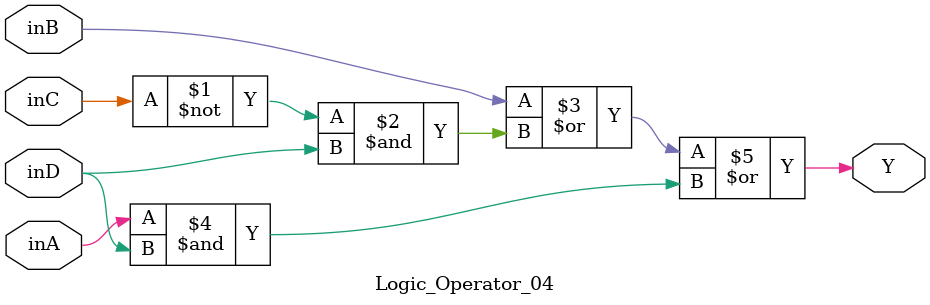
<source format=v>
module Gates_Level_01(input wire inA, inB, inC, inD, output wire Y);

    // Declaracion de variables

    wire N1, N2, N3, N4;                  // Not del circuito
    wire A1, A2, A3, A4, A5, A6, A7, A8;  // And del circuito

    //Declaracion de compuertas

    not NA (N1,   inA); // A not
    not NB (N2,   inB); // B not
    not NC (N3,   inC); // C not
    not ND (N4,   inD); // D not
    and AA (A1,   N1, N2, N3, N4); // Entradas del And
    and AB (A2,   N1, N2, inC, inD); // Entradas del And
    and AC (A3,   N1, inB, N3, inD); // Entradas del And
    and AD (A4,   N1, inB, inC, N4); // Entradas del And
    and AE (A5,   inA, inB, N3, N4); // Entradas del And
    and AF (A6,   inA, inB, inC, inD); // Entradas del And
    and AG (A7,   inA, N2, N3, inD); // Entradas del And
    and AG (A8,   inA, N2, inC, N4); // Entradas del And
    or O0 (Y,    A1, A2, A3, A4, A5, A6, A7, A8); //Las 8 entradas del Or_1

endmodule //Modulo 01

module Gates_Level_02(input wire inA, inB, inC, output wire Y);

    // Declaracion de variables

    wire N1;                  // Not

    //Declaracion de compuertas

    not NB (N1,   inB); // B not
    and AA (Y,    N1);

endmodule //Modulo 02

module Gates_Level_03(input wire inA, inB, inC, output wire Y);

    // Declaracion de variables

    wire N2;                  // Not
    wire A1, A2;

    //Declaracion de compuertas

    not NB (N2,     inB); // B not
    and AA (A1,     N2);
    and AB (A2,     inB, inC);
    or O0 (Y,      A1, A2);

endmodule //Modulo 03

module Gates_Level_04(input wire inA, inB, inC, output wire Y);

    // Declaracion de variables(gl)

    wire N1, N3;                  // Not
    wire A1, A2;

    //Declaracion de compuertas

    not NA (N1,     inA); // B not
    not NC (N3,     inC);
    and AA (A1,     N1, N3);
    and AB (A2,     inB);
    or O0 (Y,      A1, A2);

endmodule //Modulo 04

module Logic_Operator_01(input wire inA, inB, inC, output wire Y);

    //Declaracion de variables

    assign Y = (~inA & ~inC) | (~inB & ~inC) | (inA & inC);

endmodule //Modulo 05

module Logic_Operator_02(input wire inA, inB, inC, inD, output wire Y);

    //Declaracion de variables
    assign Y = (inA & inB) | (inA & inC) | (~inB & ~inD);

endmodule //Modulo 06

module Logic_Operator_03(input wire inA, inB, inC, inD, output wire Y);

    //Declaracion de variables
    assign Y = (~inB & ~inC & ~inD) | (inA & ~inD) | (inA & ~inB) | (inA & ~inC);

endmodule //Modulo 07 code by Logic Operators

module Logic_Operator_04(input wire inA, inB, inC, inD, output wire Y);

    //Declaracion de variables de modo logico
    assign Y = (inB) | (~inC & inD) | (inA & inD);

endmodule //Modulo 08

</source>
